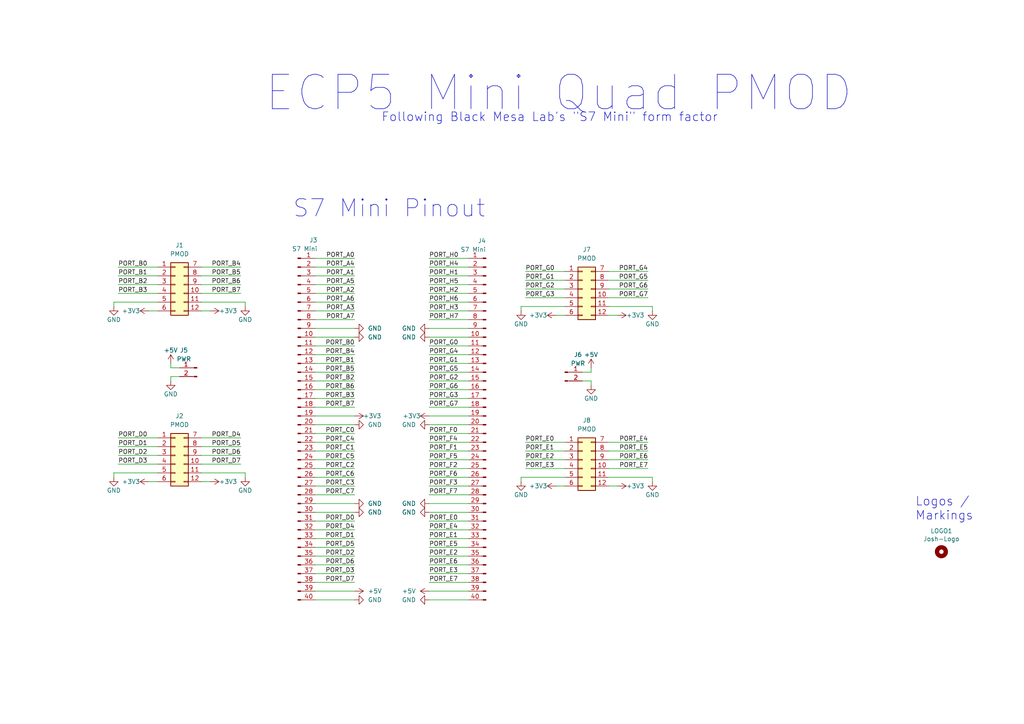
<source format=kicad_sch>
(kicad_sch (version 20200828) (generator eeschema)
  (page 1 1)
  (paper "A4")
  (title_block (title "Quad PMOD") (date "2020-09-20") (rev "0.1"))
  (lib_symbols
    (symbol "Connector:Conn_01x02_Male" (pin_names (offset 1.016) hide)
      (property "Reference" "J" (at 0 2.54 0))
      (property "Value" "Conn_01x02_Male" (at 0 -5.08 0))
      (symbol "Conn_01x02_Male_1_1"
        (rectangle (start 0.8636 -2.413) (end 0 -2.667) (stroke (width 0.1524)) (fill (type outline)))
        (rectangle (start 0.8636 0.127) (end 0 -0.127) (stroke (width 0.1524)) (fill (type outline)))
        (polyline (pts (xy 1.27 -2.54) (xy 0.8636 -2.54)) (stroke (width 0.1524)))
        (polyline (pts (xy 1.27 0) (xy 0.8636 0)) (stroke (width 0.1524)))
        (pin passive line (at 5.08 0 180) (length 3.81) (name "Pin_1") (number "1"))
        (pin passive line (at 5.08 -2.54 180) (length 3.81) (name "Pin_2") (number "2"))
      )
    )
    (symbol "Connector:Conn_01x40_Male" (pin_names (offset 1.016) hide)
      (property "Reference" "J" (at 0 50.8 0))
      (property "Value" "Conn_01x40_Male" (at 0 -53.34 0))
      (symbol "Conn_01x40_Male_1_1"
        (rectangle (start 0.8636 -50.673) (end 0 -50.927) (stroke (width 0.1524)) (fill (type outline)))
        (rectangle (start 0.8636 -48.133) (end 0 -48.387) (stroke (width 0.1524)) (fill (type outline)))
        (rectangle (start 0.8636 -45.593) (end 0 -45.847) (stroke (width 0.1524)) (fill (type outline)))
        (rectangle (start 0.8636 -43.053) (end 0 -43.307) (stroke (width 0.1524)) (fill (type outline)))
        (rectangle (start 0.8636 -40.513) (end 0 -40.767) (stroke (width 0.1524)) (fill (type outline)))
        (rectangle (start 0.8636 -37.973) (end 0 -38.227) (stroke (width 0.1524)) (fill (type outline)))
        (rectangle (start 0.8636 -35.433) (end 0 -35.687) (stroke (width 0.1524)) (fill (type outline)))
        (rectangle (start 0.8636 -32.893) (end 0 -33.147) (stroke (width 0.1524)) (fill (type outline)))
        (rectangle (start 0.8636 -30.353) (end 0 -30.607) (stroke (width 0.1524)) (fill (type outline)))
        (rectangle (start 0.8636 -27.813) (end 0 -28.067) (stroke (width 0.1524)) (fill (type outline)))
        (rectangle (start 0.8636 -25.273) (end 0 -25.527) (stroke (width 0.1524)) (fill (type outline)))
        (rectangle (start 0.8636 -22.733) (end 0 -22.987) (stroke (width 0.1524)) (fill (type outline)))
        (rectangle (start 0.8636 -20.193) (end 0 -20.447) (stroke (width 0.1524)) (fill (type outline)))
        (rectangle (start 0.8636 -17.653) (end 0 -17.907) (stroke (width 0.1524)) (fill (type outline)))
        (rectangle (start 0.8636 -15.113) (end 0 -15.367) (stroke (width 0.1524)) (fill (type outline)))
        (rectangle (start 0.8636 -12.573) (end 0 -12.827) (stroke (width 0.1524)) (fill (type outline)))
        (rectangle (start 0.8636 -10.033) (end 0 -10.287) (stroke (width 0.1524)) (fill (type outline)))
        (rectangle (start 0.8636 -7.493) (end 0 -7.747) (stroke (width 0.1524)) (fill (type outline)))
        (rectangle (start 0.8636 -4.953) (end 0 -5.207) (stroke (width 0.1524)) (fill (type outline)))
        (rectangle (start 0.8636 -2.413) (end 0 -2.667) (stroke (width 0.1524)) (fill (type outline)))
        (rectangle (start 0.8636 0.127) (end 0 -0.127) (stroke (width 0.1524)) (fill (type outline)))
        (rectangle (start 0.8636 2.667) (end 0 2.413) (stroke (width 0.1524)) (fill (type outline)))
        (rectangle (start 0.8636 5.207) (end 0 4.953) (stroke (width 0.1524)) (fill (type outline)))
        (rectangle (start 0.8636 7.747) (end 0 7.493) (stroke (width 0.1524)) (fill (type outline)))
        (rectangle (start 0.8636 10.287) (end 0 10.033) (stroke (width 0.1524)) (fill (type outline)))
        (rectangle (start 0.8636 12.827) (end 0 12.573) (stroke (width 0.1524)) (fill (type outline)))
        (rectangle (start 0.8636 15.367) (end 0 15.113) (stroke (width 0.1524)) (fill (type outline)))
        (rectangle (start 0.8636 17.907) (end 0 17.653) (stroke (width 0.1524)) (fill (type outline)))
        (rectangle (start 0.8636 20.447) (end 0 20.193) (stroke (width 0.1524)) (fill (type outline)))
        (rectangle (start 0.8636 22.987) (end 0 22.733) (stroke (width 0.1524)) (fill (type outline)))
        (rectangle (start 0.8636 25.527) (end 0 25.273) (stroke (width 0.1524)) (fill (type outline)))
        (rectangle (start 0.8636 28.067) (end 0 27.813) (stroke (width 0.1524)) (fill (type outline)))
        (rectangle (start 0.8636 30.607) (end 0 30.353) (stroke (width 0.1524)) (fill (type outline)))
        (rectangle (start 0.8636 33.147) (end 0 32.893) (stroke (width 0.1524)) (fill (type outline)))
        (rectangle (start 0.8636 35.687) (end 0 35.433) (stroke (width 0.1524)) (fill (type outline)))
        (rectangle (start 0.8636 38.227) (end 0 37.973) (stroke (width 0.1524)) (fill (type outline)))
        (rectangle (start 0.8636 40.767) (end 0 40.513) (stroke (width 0.1524)) (fill (type outline)))
        (rectangle (start 0.8636 43.307) (end 0 43.053) (stroke (width 0.1524)) (fill (type outline)))
        (rectangle (start 0.8636 45.847) (end 0 45.593) (stroke (width 0.1524)) (fill (type outline)))
        (rectangle (start 0.8636 48.387) (end 0 48.133) (stroke (width 0.1524)) (fill (type outline)))
        (polyline (pts (xy 1.27 -50.8) (xy 0.8636 -50.8)) (stroke (width 0.1524)))
        (polyline (pts (xy 1.27 -48.26) (xy 0.8636 -48.26)) (stroke (width 0.1524)))
        (polyline (pts (xy 1.27 -45.72) (xy 0.8636 -45.72)) (stroke (width 0.1524)))
        (polyline (pts (xy 1.27 -43.18) (xy 0.8636 -43.18)) (stroke (width 0.1524)))
        (polyline (pts (xy 1.27 -40.64) (xy 0.8636 -40.64)) (stroke (width 0.1524)))
        (polyline (pts (xy 1.27 -38.1) (xy 0.8636 -38.1)) (stroke (width 0.1524)))
        (polyline (pts (xy 1.27 -35.56) (xy 0.8636 -35.56)) (stroke (width 0.1524)))
        (polyline (pts (xy 1.27 -33.02) (xy 0.8636 -33.02)) (stroke (width 0.1524)))
        (polyline (pts (xy 1.27 -30.48) (xy 0.8636 -30.48)) (stroke (width 0.1524)))
        (polyline (pts (xy 1.27 -27.94) (xy 0.8636 -27.94)) (stroke (width 0.1524)))
        (polyline (pts (xy 1.27 -25.4) (xy 0.8636 -25.4)) (stroke (width 0.1524)))
        (polyline (pts (xy 1.27 -22.86) (xy 0.8636 -22.86)) (stroke (width 0.1524)))
        (polyline (pts (xy 1.27 -20.32) (xy 0.8636 -20.32)) (stroke (width 0.1524)))
        (polyline (pts (xy 1.27 -17.78) (xy 0.8636 -17.78)) (stroke (width 0.1524)))
        (polyline (pts (xy 1.27 -15.24) (xy 0.8636 -15.24)) (stroke (width 0.1524)))
        (polyline (pts (xy 1.27 -12.7) (xy 0.8636 -12.7)) (stroke (width 0.1524)))
        (polyline (pts (xy 1.27 -10.16) (xy 0.8636 -10.16)) (stroke (width 0.1524)))
        (polyline (pts (xy 1.27 -7.62) (xy 0.8636 -7.62)) (stroke (width 0.1524)))
        (polyline (pts (xy 1.27 -5.08) (xy 0.8636 -5.08)) (stroke (width 0.1524)))
        (polyline (pts (xy 1.27 -2.54) (xy 0.8636 -2.54)) (stroke (width 0.1524)))
        (polyline (pts (xy 1.27 0) (xy 0.8636 0)) (stroke (width 0.1524)))
        (polyline (pts (xy 1.27 2.54) (xy 0.8636 2.54)) (stroke (width 0.1524)))
        (polyline (pts (xy 1.27 5.08) (xy 0.8636 5.08)) (stroke (width 0.1524)))
        (polyline (pts (xy 1.27 7.62) (xy 0.8636 7.62)) (stroke (width 0.1524)))
        (polyline (pts (xy 1.27 10.16) (xy 0.8636 10.16)) (stroke (width 0.1524)))
        (polyline (pts (xy 1.27 12.7) (xy 0.8636 12.7)) (stroke (width 0.1524)))
        (polyline (pts (xy 1.27 15.24) (xy 0.8636 15.24)) (stroke (width 0.1524)))
        (polyline (pts (xy 1.27 17.78) (xy 0.8636 17.78)) (stroke (width 0.1524)))
        (polyline (pts (xy 1.27 20.32) (xy 0.8636 20.32)) (stroke (width 0.1524)))
        (polyline (pts (xy 1.27 22.86) (xy 0.8636 22.86)) (stroke (width 0.1524)))
        (polyline (pts (xy 1.27 25.4) (xy 0.8636 25.4)) (stroke (width 0.1524)))
        (polyline (pts (xy 1.27 27.94) (xy 0.8636 27.94)) (stroke (width 0.1524)))
        (polyline (pts (xy 1.27 30.48) (xy 0.8636 30.48)) (stroke (width 0.1524)))
        (polyline (pts (xy 1.27 33.02) (xy 0.8636 33.02)) (stroke (width 0.1524)))
        (polyline (pts (xy 1.27 35.56) (xy 0.8636 35.56)) (stroke (width 0.1524)))
        (polyline (pts (xy 1.27 38.1) (xy 0.8636 38.1)) (stroke (width 0.1524)))
        (polyline (pts (xy 1.27 40.64) (xy 0.8636 40.64)) (stroke (width 0.1524)))
        (polyline (pts (xy 1.27 43.18) (xy 0.8636 43.18)) (stroke (width 0.1524)))
        (polyline (pts (xy 1.27 45.72) (xy 0.8636 45.72)) (stroke (width 0.1524)))
        (polyline (pts (xy 1.27 48.26) (xy 0.8636 48.26)) (stroke (width 0.1524)))
        (pin passive line (at 5.08 48.26 180) (length 3.81) (name "Pin_1") (number "1"))
        (pin passive line (at 5.08 25.4 180) (length 3.81) (name "Pin_10") (number "10"))
        (pin passive line (at 5.08 22.86 180) (length 3.81) (name "Pin_11") (number "11"))
        (pin passive line (at 5.08 20.32 180) (length 3.81) (name "Pin_12") (number "12"))
        (pin passive line (at 5.08 17.78 180) (length 3.81) (name "Pin_13") (number "13"))
        (pin passive line (at 5.08 15.24 180) (length 3.81) (name "Pin_14") (number "14"))
        (pin passive line (at 5.08 12.7 180) (length 3.81) (name "Pin_15") (number "15"))
        (pin passive line (at 5.08 10.16 180) (length 3.81) (name "Pin_16") (number "16"))
        (pin passive line (at 5.08 7.62 180) (length 3.81) (name "Pin_17") (number "17"))
        (pin passive line (at 5.08 5.08 180) (length 3.81) (name "Pin_18") (number "18"))
        (pin passive line (at 5.08 2.54 180) (length 3.81) (name "Pin_19") (number "19"))
        (pin passive line (at 5.08 45.72 180) (length 3.81) (name "Pin_2") (number "2"))
        (pin passive line (at 5.08 0 180) (length 3.81) (name "Pin_20") (number "20"))
        (pin passive line (at 5.08 -2.54 180) (length 3.81) (name "Pin_21") (number "21"))
        (pin passive line (at 5.08 -5.08 180) (length 3.81) (name "Pin_22") (number "22"))
        (pin passive line (at 5.08 -7.62 180) (length 3.81) (name "Pin_23") (number "23"))
        (pin passive line (at 5.08 -10.16 180) (length 3.81) (name "Pin_24") (number "24"))
        (pin passive line (at 5.08 -12.7 180) (length 3.81) (name "Pin_25") (number "25"))
        (pin passive line (at 5.08 -15.24 180) (length 3.81) (name "Pin_26") (number "26"))
        (pin passive line (at 5.08 -17.78 180) (length 3.81) (name "Pin_27") (number "27"))
        (pin passive line (at 5.08 -20.32 180) (length 3.81) (name "Pin_28") (number "28"))
        (pin passive line (at 5.08 -22.86 180) (length 3.81) (name "Pin_29") (number "29"))
        (pin passive line (at 5.08 43.18 180) (length 3.81) (name "Pin_3") (number "3"))
        (pin passive line (at 5.08 -25.4 180) (length 3.81) (name "Pin_30") (number "30"))
        (pin passive line (at 5.08 -27.94 180) (length 3.81) (name "Pin_31") (number "31"))
        (pin passive line (at 5.08 -30.48 180) (length 3.81) (name "Pin_32") (number "32"))
        (pin passive line (at 5.08 -33.02 180) (length 3.81) (name "Pin_33") (number "33"))
        (pin passive line (at 5.08 -35.56 180) (length 3.81) (name "Pin_34") (number "34"))
        (pin passive line (at 5.08 -38.1 180) (length 3.81) (name "Pin_35") (number "35"))
        (pin passive line (at 5.08 -40.64 180) (length 3.81) (name "Pin_36") (number "36"))
        (pin passive line (at 5.08 -43.18 180) (length 3.81) (name "Pin_37") (number "37"))
        (pin passive line (at 5.08 -45.72 180) (length 3.81) (name "Pin_38") (number "38"))
        (pin passive line (at 5.08 -48.26 180) (length 3.81) (name "Pin_39") (number "39"))
        (pin passive line (at 5.08 40.64 180) (length 3.81) (name "Pin_4") (number "4"))
        (pin passive line (at 5.08 -50.8 180) (length 3.81) (name "Pin_40") (number "40"))
        (pin passive line (at 5.08 38.1 180) (length 3.81) (name "Pin_5") (number "5"))
        (pin passive line (at 5.08 35.56 180) (length 3.81) (name "Pin_6") (number "6"))
        (pin passive line (at 5.08 33.02 180) (length 3.81) (name "Pin_7") (number "7"))
        (pin passive line (at 5.08 30.48 180) (length 3.81) (name "Pin_8") (number "8"))
        (pin passive line (at 5.08 27.94 180) (length 3.81) (name "Pin_9") (number "9"))
      )
    )
    (symbol "Connector:Conn_01x40_Male_1" (pin_names (offset 1.016) hide)
      (property "Reference" "J" (at 0 50.8 0))
      (property "Value" "Conn_01x40_Male" (at 0 -53.34 0))
      (symbol "Conn_01x40_Male_1_1_1"
        (rectangle (start 0.8636 -50.673) (end 0 -50.927) (stroke (width 0.1524)) (fill (type outline)))
        (rectangle (start 0.8636 -48.133) (end 0 -48.387) (stroke (width 0.1524)) (fill (type outline)))
        (rectangle (start 0.8636 -45.593) (end 0 -45.847) (stroke (width 0.1524)) (fill (type outline)))
        (rectangle (start 0.8636 -43.053) (end 0 -43.307) (stroke (width 0.1524)) (fill (type outline)))
        (rectangle (start 0.8636 -40.513) (end 0 -40.767) (stroke (width 0.1524)) (fill (type outline)))
        (rectangle (start 0.8636 -37.973) (end 0 -38.227) (stroke (width 0.1524)) (fill (type outline)))
        (rectangle (start 0.8636 -35.433) (end 0 -35.687) (stroke (width 0.1524)) (fill (type outline)))
        (rectangle (start 0.8636 -32.893) (end 0 -33.147) (stroke (width 0.1524)) (fill (type outline)))
        (rectangle (start 0.8636 -30.353) (end 0 -30.607) (stroke (width 0.1524)) (fill (type outline)))
        (rectangle (start 0.8636 -27.813) (end 0 -28.067) (stroke (width 0.1524)) (fill (type outline)))
        (rectangle (start 0.8636 -25.273) (end 0 -25.527) (stroke (width 0.1524)) (fill (type outline)))
        (rectangle (start 0.8636 -22.733) (end 0 -22.987) (stroke (width 0.1524)) (fill (type outline)))
        (rectangle (start 0.8636 -20.193) (end 0 -20.447) (stroke (width 0.1524)) (fill (type outline)))
        (rectangle (start 0.8636 -17.653) (end 0 -17.907) (stroke (width 0.1524)) (fill (type outline)))
        (rectangle (start 0.8636 -15.113) (end 0 -15.367) (stroke (width 0.1524)) (fill (type outline)))
        (rectangle (start 0.8636 -12.573) (end 0 -12.827) (stroke (width 0.1524)) (fill (type outline)))
        (rectangle (start 0.8636 -10.033) (end 0 -10.287) (stroke (width 0.1524)) (fill (type outline)))
        (rectangle (start 0.8636 -7.493) (end 0 -7.747) (stroke (width 0.1524)) (fill (type outline)))
        (rectangle (start 0.8636 -4.953) (end 0 -5.207) (stroke (width 0.1524)) (fill (type outline)))
        (rectangle (start 0.8636 -2.413) (end 0 -2.667) (stroke (width 0.1524)) (fill (type outline)))
        (rectangle (start 0.8636 0.127) (end 0 -0.127) (stroke (width 0.1524)) (fill (type outline)))
        (rectangle (start 0.8636 2.667) (end 0 2.413) (stroke (width 0.1524)) (fill (type outline)))
        (rectangle (start 0.8636 5.207) (end 0 4.953) (stroke (width 0.1524)) (fill (type outline)))
        (rectangle (start 0.8636 7.747) (end 0 7.493) (stroke (width 0.1524)) (fill (type outline)))
        (rectangle (start 0.8636 10.287) (end 0 10.033) (stroke (width 0.1524)) (fill (type outline)))
        (rectangle (start 0.8636 12.827) (end 0 12.573) (stroke (width 0.1524)) (fill (type outline)))
        (rectangle (start 0.8636 15.367) (end 0 15.113) (stroke (width 0.1524)) (fill (type outline)))
        (rectangle (start 0.8636 17.907) (end 0 17.653) (stroke (width 0.1524)) (fill (type outline)))
        (rectangle (start 0.8636 20.447) (end 0 20.193) (stroke (width 0.1524)) (fill (type outline)))
        (rectangle (start 0.8636 22.987) (end 0 22.733) (stroke (width 0.1524)) (fill (type outline)))
        (rectangle (start 0.8636 25.527) (end 0 25.273) (stroke (width 0.1524)) (fill (type outline)))
        (rectangle (start 0.8636 28.067) (end 0 27.813) (stroke (width 0.1524)) (fill (type outline)))
        (rectangle (start 0.8636 30.607) (end 0 30.353) (stroke (width 0.1524)) (fill (type outline)))
        (rectangle (start 0.8636 33.147) (end 0 32.893) (stroke (width 0.1524)) (fill (type outline)))
        (rectangle (start 0.8636 35.687) (end 0 35.433) (stroke (width 0.1524)) (fill (type outline)))
        (rectangle (start 0.8636 38.227) (end 0 37.973) (stroke (width 0.1524)) (fill (type outline)))
        (rectangle (start 0.8636 40.767) (end 0 40.513) (stroke (width 0.1524)) (fill (type outline)))
        (rectangle (start 0.8636 43.307) (end 0 43.053) (stroke (width 0.1524)) (fill (type outline)))
        (rectangle (start 0.8636 45.847) (end 0 45.593) (stroke (width 0.1524)) (fill (type outline)))
        (rectangle (start 0.8636 48.387) (end 0 48.133) (stroke (width 0.1524)) (fill (type outline)))
        (polyline (pts (xy 1.27 -50.8) (xy 0.8636 -50.8)) (stroke (width 0.1524)))
        (polyline (pts (xy 1.27 -48.26) (xy 0.8636 -48.26)) (stroke (width 0.1524)))
        (polyline (pts (xy 1.27 -45.72) (xy 0.8636 -45.72)) (stroke (width 0.1524)))
        (polyline (pts (xy 1.27 -43.18) (xy 0.8636 -43.18)) (stroke (width 0.1524)))
        (polyline (pts (xy 1.27 -40.64) (xy 0.8636 -40.64)) (stroke (width 0.1524)))
        (polyline (pts (xy 1.27 -38.1) (xy 0.8636 -38.1)) (stroke (width 0.1524)))
        (polyline (pts (xy 1.27 -35.56) (xy 0.8636 -35.56)) (stroke (width 0.1524)))
        (polyline (pts (xy 1.27 -33.02) (xy 0.8636 -33.02)) (stroke (width 0.1524)))
        (polyline (pts (xy 1.27 -30.48) (xy 0.8636 -30.48)) (stroke (width 0.1524)))
        (polyline (pts (xy 1.27 -27.94) (xy 0.8636 -27.94)) (stroke (width 0.1524)))
        (polyline (pts (xy 1.27 -25.4) (xy 0.8636 -25.4)) (stroke (width 0.1524)))
        (polyline (pts (xy 1.27 -22.86) (xy 0.8636 -22.86)) (stroke (width 0.1524)))
        (polyline (pts (xy 1.27 -20.32) (xy 0.8636 -20.32)) (stroke (width 0.1524)))
        (polyline (pts (xy 1.27 -17.78) (xy 0.8636 -17.78)) (stroke (width 0.1524)))
        (polyline (pts (xy 1.27 -15.24) (xy 0.8636 -15.24)) (stroke (width 0.1524)))
        (polyline (pts (xy 1.27 -12.7) (xy 0.8636 -12.7)) (stroke (width 0.1524)))
        (polyline (pts (xy 1.27 -10.16) (xy 0.8636 -10.16)) (stroke (width 0.1524)))
        (polyline (pts (xy 1.27 -7.62) (xy 0.8636 -7.62)) (stroke (width 0.1524)))
        (polyline (pts (xy 1.27 -5.08) (xy 0.8636 -5.08)) (stroke (width 0.1524)))
        (polyline (pts (xy 1.27 -2.54) (xy 0.8636 -2.54)) (stroke (width 0.1524)))
        (polyline (pts (xy 1.27 0) (xy 0.8636 0)) (stroke (width 0.1524)))
        (polyline (pts (xy 1.27 2.54) (xy 0.8636 2.54)) (stroke (width 0.1524)))
        (polyline (pts (xy 1.27 5.08) (xy 0.8636 5.08)) (stroke (width 0.1524)))
        (polyline (pts (xy 1.27 7.62) (xy 0.8636 7.62)) (stroke (width 0.1524)))
        (polyline (pts (xy 1.27 10.16) (xy 0.8636 10.16)) (stroke (width 0.1524)))
        (polyline (pts (xy 1.27 12.7) (xy 0.8636 12.7)) (stroke (width 0.1524)))
        (polyline (pts (xy 1.27 15.24) (xy 0.8636 15.24)) (stroke (width 0.1524)))
        (polyline (pts (xy 1.27 17.78) (xy 0.8636 17.78)) (stroke (width 0.1524)))
        (polyline (pts (xy 1.27 20.32) (xy 0.8636 20.32)) (stroke (width 0.1524)))
        (polyline (pts (xy 1.27 22.86) (xy 0.8636 22.86)) (stroke (width 0.1524)))
        (polyline (pts (xy 1.27 25.4) (xy 0.8636 25.4)) (stroke (width 0.1524)))
        (polyline (pts (xy 1.27 27.94) (xy 0.8636 27.94)) (stroke (width 0.1524)))
        (polyline (pts (xy 1.27 30.48) (xy 0.8636 30.48)) (stroke (width 0.1524)))
        (polyline (pts (xy 1.27 33.02) (xy 0.8636 33.02)) (stroke (width 0.1524)))
        (polyline (pts (xy 1.27 35.56) (xy 0.8636 35.56)) (stroke (width 0.1524)))
        (polyline (pts (xy 1.27 38.1) (xy 0.8636 38.1)) (stroke (width 0.1524)))
        (polyline (pts (xy 1.27 40.64) (xy 0.8636 40.64)) (stroke (width 0.1524)))
        (polyline (pts (xy 1.27 43.18) (xy 0.8636 43.18)) (stroke (width 0.1524)))
        (polyline (pts (xy 1.27 45.72) (xy 0.8636 45.72)) (stroke (width 0.1524)))
        (polyline (pts (xy 1.27 48.26) (xy 0.8636 48.26)) (stroke (width 0.1524)))
        (pin passive line (at 5.08 48.26 180) (length 3.81) (name "Pin_1") (number "1"))
        (pin passive line (at 5.08 25.4 180) (length 3.81) (name "Pin_10") (number "10"))
        (pin passive line (at 5.08 22.86 180) (length 3.81) (name "Pin_11") (number "11"))
        (pin passive line (at 5.08 20.32 180) (length 3.81) (name "Pin_12") (number "12"))
        (pin passive line (at 5.08 17.78 180) (length 3.81) (name "Pin_13") (number "13"))
        (pin passive line (at 5.08 15.24 180) (length 3.81) (name "Pin_14") (number "14"))
        (pin passive line (at 5.08 12.7 180) (length 3.81) (name "Pin_15") (number "15"))
        (pin passive line (at 5.08 10.16 180) (length 3.81) (name "Pin_16") (number "16"))
        (pin passive line (at 5.08 7.62 180) (length 3.81) (name "Pin_17") (number "17"))
        (pin passive line (at 5.08 5.08 180) (length 3.81) (name "Pin_18") (number "18"))
        (pin passive line (at 5.08 2.54 180) (length 3.81) (name "Pin_19") (number "19"))
        (pin passive line (at 5.08 45.72 180) (length 3.81) (name "Pin_2") (number "2"))
        (pin passive line (at 5.08 0 180) (length 3.81) (name "Pin_20") (number "20"))
        (pin passive line (at 5.08 -2.54 180) (length 3.81) (name "Pin_21") (number "21"))
        (pin passive line (at 5.08 -5.08 180) (length 3.81) (name "Pin_22") (number "22"))
        (pin passive line (at 5.08 -7.62 180) (length 3.81) (name "Pin_23") (number "23"))
        (pin passive line (at 5.08 -10.16 180) (length 3.81) (name "Pin_24") (number "24"))
        (pin passive line (at 5.08 -12.7 180) (length 3.81) (name "Pin_25") (number "25"))
        (pin passive line (at 5.08 -15.24 180) (length 3.81) (name "Pin_26") (number "26"))
        (pin passive line (at 5.08 -17.78 180) (length 3.81) (name "Pin_27") (number "27"))
        (pin passive line (at 5.08 -20.32 180) (length 3.81) (name "Pin_28") (number "28"))
        (pin passive line (at 5.08 -22.86 180) (length 3.81) (name "Pin_29") (number "29"))
        (pin passive line (at 5.08 43.18 180) (length 3.81) (name "Pin_3") (number "3"))
        (pin passive line (at 5.08 -25.4 180) (length 3.81) (name "Pin_30") (number "30"))
        (pin passive line (at 5.08 -27.94 180) (length 3.81) (name "Pin_31") (number "31"))
        (pin passive line (at 5.08 -30.48 180) (length 3.81) (name "Pin_32") (number "32"))
        (pin passive line (at 5.08 -33.02 180) (length 3.81) (name "Pin_33") (number "33"))
        (pin passive line (at 5.08 -35.56 180) (length 3.81) (name "Pin_34") (number "34"))
        (pin passive line (at 5.08 -38.1 180) (length 3.81) (name "Pin_35") (number "35"))
        (pin passive line (at 5.08 -40.64 180) (length 3.81) (name "Pin_36") (number "36"))
        (pin passive line (at 5.08 -43.18 180) (length 3.81) (name "Pin_37") (number "37"))
        (pin passive line (at 5.08 -45.72 180) (length 3.81) (name "Pin_38") (number "38"))
        (pin passive line (at 5.08 -48.26 180) (length 3.81) (name "Pin_39") (number "39"))
        (pin passive line (at 5.08 40.64 180) (length 3.81) (name "Pin_4") (number "4"))
        (pin passive line (at 5.08 -50.8 180) (length 3.81) (name "Pin_40") (number "40"))
        (pin passive line (at 5.08 38.1 180) (length 3.81) (name "Pin_5") (number "5"))
        (pin passive line (at 5.08 35.56 180) (length 3.81) (name "Pin_6") (number "6"))
        (pin passive line (at 5.08 33.02 180) (length 3.81) (name "Pin_7") (number "7"))
        (pin passive line (at 5.08 30.48 180) (length 3.81) (name "Pin_8") (number "8"))
        (pin passive line (at 5.08 27.94 180) (length 3.81) (name "Pin_9") (number "9"))
      )
    )
    (symbol "Connector_Generic:Conn_02x06_Top_Bottom" (pin_names (offset 1.016) hide)
      (property "Reference" "J" (at 1.27 7.62 0))
      (property "Value" "Conn_02x06_Top_Bottom" (at 1.27 -10.16 0))
      (symbol "Conn_02x06_Top_Bottom_1_1"
        (rectangle (start -1.27 -4.953) (end 0 -5.207) (stroke (width 0.1524)))
        (rectangle (start -1.27 -7.493) (end 0 -7.747) (stroke (width 0.1524)))
        (rectangle (start -1.27 -2.413) (end 0 -2.667) (stroke (width 0.1524)))
        (rectangle (start -1.27 2.667) (end 0 2.413) (stroke (width 0.1524)))
        (rectangle (start -1.27 5.207) (end 0 4.953) (stroke (width 0.1524)))
        (rectangle (start -1.27 6.35) (end 3.81 -8.89) (stroke (width 0.254)) (fill (type background)))
        (rectangle (start -1.27 0.127) (end 0 -0.127) (stroke (width 0.1524)))
        (rectangle (start 3.81 -4.953) (end 2.54 -5.207) (stroke (width 0.1524)))
        (rectangle (start 3.81 -7.493) (end 2.54 -7.747) (stroke (width 0.1524)))
        (rectangle (start 3.81 -2.413) (end 2.54 -2.667) (stroke (width 0.1524)))
        (rectangle (start 3.81 2.667) (end 2.54 2.413) (stroke (width 0.1524)))
        (rectangle (start 3.81 5.207) (end 2.54 4.953) (stroke (width 0.1524)))
        (rectangle (start 3.81 0.127) (end 2.54 -0.127) (stroke (width 0.1524)))
        (pin passive line (at -5.08 5.08 0) (length 3.81) (name "Pin_1") (number "1"))
        (pin passive line (at 7.62 -2.54 180) (length 3.81) (name "Pin_10") (number "10"))
        (pin passive line (at 7.62 -5.08 180) (length 3.81) (name "Pin_11") (number "11"))
        (pin passive line (at 7.62 -7.62 180) (length 3.81) (name "Pin_12") (number "12"))
        (pin passive line (at -5.08 2.54 0) (length 3.81) (name "Pin_2") (number "2"))
        (pin passive line (at -5.08 0 0) (length 3.81) (name "Pin_3") (number "3"))
        (pin passive line (at -5.08 -2.54 0) (length 3.81) (name "Pin_4") (number "4"))
        (pin passive line (at -5.08 -5.08 0) (length 3.81) (name "Pin_5") (number "5"))
        (pin passive line (at -5.08 -7.62 0) (length 3.81) (name "Pin_6") (number "6"))
        (pin passive line (at 7.62 5.08 180) (length 3.81) (name "Pin_7") (number "7"))
        (pin passive line (at 7.62 2.54 180) (length 3.81) (name "Pin_8") (number "8"))
        (pin passive line (at 7.62 0 180) (length 3.81) (name "Pin_9") (number "9"))
      )
    )
    (symbol "Mechanical:MountingHole" (pin_names (offset 1.016))
      (property "Reference" "H" (at 0 5.08 0))
      (property "Value" "MountingHole" (at 0 3.175 0))
      (symbol "MountingHole_0_1"
        (circle (center 0 0) (radius 1.27) (stroke (width 1.27)))
      )
    )
    (symbol "power:+3V3" (power) (pin_names (offset 0))
      (property "Value" "+3V3" (at 0 3.556 0))
      (symbol "+3V3_0_1"
        (polyline (pts (xy -0.762 1.27) (xy 0 2.54)))
        (polyline (pts (xy 0 0) (xy 0 2.54)))
        (polyline (pts (xy 0 2.54) (xy 0.762 1.27)))
      )
      (symbol "+3V3_1_1"
        (pin power_in line (at 0 0 90) (length 0) hide (name "+3V3") (number "1"))
      )
    )
    (symbol "power:+5V" (power) (pin_names (offset 0))
      (property "Value" "+5V" (at 0 3.556 0))
      (symbol "+5V_0_1"
        (polyline (pts (xy -0.762 1.27) (xy 0 2.54)))
        (polyline (pts (xy 0 0) (xy 0 2.54)))
        (polyline (pts (xy 0 2.54) (xy 0.762 1.27)))
      )
      (symbol "+5V_1_1"
        (pin power_in line (at 0 0 90) (length 0) hide (name "+5V") (number "1"))
      )
    )
    (symbol "power:GND" (power) (pin_names (offset 0))
      (property "Value" "GND" (at 0 -3.81 0))
      (symbol "GND_0_1"
        (polyline (pts (xy 0 0) (xy 0 -1.27) (xy 1.27 -1.27) (xy 0 -2.54) (xy -1.27 -1.27) (xy 0 -1.27)))
      )
      (symbol "GND_1_1"
        (pin power_in line (at 0 0 270) (length 0) hide (name "GND") (number "1"))
      )
    )
  )
  (bus_alias "LED" (members "LED_[0..7]" "LED_R" "LED_G" "LED_B"))
  (bus_alias "HYPERRAM" (members "HR_nRST" "HR_nCS" "HR_CK_N" "HR_RWDS" "HR_DQ[0..7]" "HR_CK"))
  (bus_alias "USB" (members "USB_D-" "USB_D+" "USB_PU"))
  (bus_alias "SD" (members "SD_DAT[0..3]" "SD_CMD" "SD_CLK" "SD_DET"))
  (wire (pts (xy 33.02 87.63) (xy 33.02 88.9)))
  (wire (pts (xy 33.02 87.63) (xy 45.72 87.63)))
  (wire (pts (xy 33.02 137.16) (xy 33.02 138.43)))
  (wire (pts (xy 33.02 137.16) (xy 45.72 137.16)))
  (wire (pts (xy 43.18 90.17) (xy 45.72 90.17)))
  (wire (pts (xy 43.18 139.7) (xy 45.72 139.7)))
  (wire (pts (xy 45.72 77.47) (xy 34.29 77.47)))
  (wire (pts (xy 45.72 80.01) (xy 34.29 80.01)))
  (wire (pts (xy 45.72 82.55) (xy 34.29 82.55)))
  (wire (pts (xy 45.72 85.09) (xy 34.29 85.09)))
  (wire (pts (xy 45.72 127) (xy 34.29 127)))
  (wire (pts (xy 45.72 129.54) (xy 34.29 129.54)))
  (wire (pts (xy 45.72 132.08) (xy 34.29 132.08)))
  (wire (pts (xy 45.72 134.62) (xy 34.29 134.62)))
  (wire (pts (xy 49.53 105.41) (xy 49.53 106.68)))
  (wire (pts (xy 49.53 106.68) (xy 52.07 106.68)))
  (wire (pts (xy 49.53 109.22) (xy 49.53 110.49)))
  (wire (pts (xy 52.07 109.22) (xy 49.53 109.22)))
  (wire (pts (xy 58.42 77.47) (xy 69.85 77.47)))
  (wire (pts (xy 58.42 80.01) (xy 69.85 80.01)))
  (wire (pts (xy 58.42 82.55) (xy 69.85 82.55)))
  (wire (pts (xy 58.42 85.09) (xy 69.85 85.09)))
  (wire (pts (xy 58.42 87.63) (xy 71.12 87.63)))
  (wire (pts (xy 58.42 90.17) (xy 60.96 90.17)))
  (wire (pts (xy 58.42 127) (xy 69.85 127)))
  (wire (pts (xy 58.42 129.54) (xy 69.85 129.54)))
  (wire (pts (xy 58.42 132.08) (xy 69.85 132.08)))
  (wire (pts (xy 58.42 134.62) (xy 69.85 134.62)))
  (wire (pts (xy 58.42 137.16) (xy 71.12 137.16)))
  (wire (pts (xy 58.42 139.7) (xy 60.96 139.7)))
  (wire (pts (xy 71.12 87.63) (xy 71.12 88.9)))
  (wire (pts (xy 71.12 137.16) (xy 71.12 138.43)))
  (wire (pts (xy 91.44 74.93) (xy 102.87 74.93)))
  (wire (pts (xy 91.44 77.47) (xy 102.87 77.47)))
  (wire (pts (xy 91.44 80.01) (xy 102.87 80.01)))
  (wire (pts (xy 91.44 82.55) (xy 102.87 82.55)))
  (wire (pts (xy 91.44 85.09) (xy 102.87 85.09)))
  (wire (pts (xy 91.44 87.63) (xy 102.87 87.63)))
  (wire (pts (xy 91.44 90.17) (xy 102.87 90.17)))
  (wire (pts (xy 91.44 92.71) (xy 102.87 92.71)))
  (wire (pts (xy 91.44 95.25) (xy 102.87 95.25)))
  (wire (pts (xy 91.44 97.79) (xy 102.87 97.79)))
  (wire (pts (xy 91.44 100.33) (xy 102.87 100.33)))
  (wire (pts (xy 91.44 102.87) (xy 102.87 102.87)))
  (wire (pts (xy 91.44 105.41) (xy 102.87 105.41)))
  (wire (pts (xy 91.44 107.95) (xy 102.87 107.95)))
  (wire (pts (xy 91.44 110.49) (xy 102.87 110.49)))
  (wire (pts (xy 91.44 113.03) (xy 102.87 113.03)))
  (wire (pts (xy 91.44 115.57) (xy 102.87 115.57)))
  (wire (pts (xy 91.44 118.11) (xy 102.87 118.11)))
  (wire (pts (xy 91.44 120.65) (xy 102.87 120.65)))
  (wire (pts (xy 91.44 123.19) (xy 102.87 123.19)))
  (wire (pts (xy 91.44 125.73) (xy 102.87 125.73)))
  (wire (pts (xy 91.44 128.27) (xy 102.87 128.27)))
  (wire (pts (xy 91.44 130.81) (xy 102.87 130.81)))
  (wire (pts (xy 91.44 133.35) (xy 102.87 133.35)))
  (wire (pts (xy 91.44 135.89) (xy 102.87 135.89)))
  (wire (pts (xy 91.44 138.43) (xy 102.87 138.43)))
  (wire (pts (xy 91.44 140.97) (xy 102.87 140.97)))
  (wire (pts (xy 91.44 143.51) (xy 102.87 143.51)))
  (wire (pts (xy 91.44 146.05) (xy 102.87 146.05)))
  (wire (pts (xy 91.44 148.59) (xy 102.87 148.59)))
  (wire (pts (xy 91.44 151.13) (xy 102.87 151.13)))
  (wire (pts (xy 91.44 153.67) (xy 102.87 153.67)))
  (wire (pts (xy 91.44 156.21) (xy 102.87 156.21)))
  (wire (pts (xy 91.44 158.75) (xy 102.87 158.75)))
  (wire (pts (xy 91.44 161.29) (xy 102.87 161.29)))
  (wire (pts (xy 91.44 163.83) (xy 102.87 163.83)))
  (wire (pts (xy 91.44 166.37) (xy 102.87 166.37)))
  (wire (pts (xy 91.44 168.91) (xy 102.87 168.91)))
  (wire (pts (xy 91.44 171.45) (xy 102.87 171.45)))
  (wire (pts (xy 91.44 173.99) (xy 102.87 173.99)))
  (wire (pts (xy 124.46 74.93) (xy 135.89 74.93)))
  (wire (pts (xy 124.46 77.47) (xy 135.89 77.47)))
  (wire (pts (xy 124.46 80.01) (xy 135.89 80.01)))
  (wire (pts (xy 124.46 82.55) (xy 135.89 82.55)))
  (wire (pts (xy 124.46 85.09) (xy 135.89 85.09)))
  (wire (pts (xy 124.46 87.63) (xy 135.89 87.63)))
  (wire (pts (xy 124.46 90.17) (xy 135.89 90.17)))
  (wire (pts (xy 124.46 92.71) (xy 135.89 92.71)))
  (wire (pts (xy 124.46 95.25) (xy 135.89 95.25)))
  (wire (pts (xy 124.46 97.79) (xy 135.89 97.79)))
  (wire (pts (xy 124.46 100.33) (xy 135.89 100.33)))
  (wire (pts (xy 124.46 102.87) (xy 135.89 102.87)))
  (wire (pts (xy 124.46 105.41) (xy 135.89 105.41)))
  (wire (pts (xy 124.46 107.95) (xy 135.89 107.95)))
  (wire (pts (xy 124.46 110.49) (xy 135.89 110.49)))
  (wire (pts (xy 124.46 113.03) (xy 135.89 113.03)))
  (wire (pts (xy 124.46 115.57) (xy 135.89 115.57)))
  (wire (pts (xy 124.46 118.11) (xy 135.89 118.11)))
  (wire (pts (xy 124.46 120.65) (xy 135.89 120.65)))
  (wire (pts (xy 124.46 123.19) (xy 135.89 123.19)))
  (wire (pts (xy 124.46 125.73) (xy 135.89 125.73)))
  (wire (pts (xy 124.46 128.27) (xy 135.89 128.27)))
  (wire (pts (xy 124.46 130.81) (xy 135.89 130.81)))
  (wire (pts (xy 124.46 133.35) (xy 135.89 133.35)))
  (wire (pts (xy 124.46 135.89) (xy 135.89 135.89)))
  (wire (pts (xy 124.46 138.43) (xy 135.89 138.43)))
  (wire (pts (xy 124.46 140.97) (xy 135.89 140.97)))
  (wire (pts (xy 124.46 143.51) (xy 135.89 143.51)))
  (wire (pts (xy 124.46 146.05) (xy 135.89 146.05)))
  (wire (pts (xy 124.46 148.59) (xy 135.89 148.59)))
  (wire (pts (xy 124.46 151.13) (xy 135.89 151.13)))
  (wire (pts (xy 124.46 153.67) (xy 135.89 153.67)))
  (wire (pts (xy 124.46 156.21) (xy 135.89 156.21)))
  (wire (pts (xy 124.46 158.75) (xy 135.89 158.75)))
  (wire (pts (xy 124.46 161.29) (xy 135.89 161.29)))
  (wire (pts (xy 124.46 163.83) (xy 135.89 163.83)))
  (wire (pts (xy 124.46 166.37) (xy 135.89 166.37)))
  (wire (pts (xy 124.46 168.91) (xy 135.89 168.91)))
  (wire (pts (xy 124.46 171.45) (xy 135.89 171.45)))
  (wire (pts (xy 124.46 173.99) (xy 135.89 173.99)))
  (wire (pts (xy 151.13 88.9) (xy 151.13 90.17)))
  (wire (pts (xy 151.13 88.9) (xy 163.83 88.9)))
  (wire (pts (xy 151.13 138.43) (xy 151.13 139.7)))
  (wire (pts (xy 151.13 138.43) (xy 163.83 138.43)))
  (wire (pts (xy 161.29 91.44) (xy 163.83 91.44)))
  (wire (pts (xy 161.29 140.97) (xy 163.83 140.97)))
  (wire (pts (xy 163.83 78.74) (xy 152.4 78.74)))
  (wire (pts (xy 163.83 81.28) (xy 152.4 81.28)))
  (wire (pts (xy 163.83 83.82) (xy 152.4 83.82)))
  (wire (pts (xy 163.83 86.36) (xy 152.4 86.36)))
  (wire (pts (xy 163.83 128.27) (xy 152.4 128.27)))
  (wire (pts (xy 163.83 130.81) (xy 152.4 130.81)))
  (wire (pts (xy 163.83 133.35) (xy 152.4 133.35)))
  (wire (pts (xy 163.83 135.89) (xy 152.4 135.89)))
  (wire (pts (xy 168.91 110.49) (xy 171.45 110.49)))
  (wire (pts (xy 171.45 106.68) (xy 171.45 107.95)))
  (wire (pts (xy 171.45 107.95) (xy 168.91 107.95)))
  (wire (pts (xy 171.45 110.49) (xy 171.45 111.76)))
  (wire (pts (xy 176.53 78.74) (xy 187.96 78.74)))
  (wire (pts (xy 176.53 81.28) (xy 187.96 81.28)))
  (wire (pts (xy 176.53 83.82) (xy 187.96 83.82)))
  (wire (pts (xy 176.53 86.36) (xy 187.96 86.36)))
  (wire (pts (xy 176.53 88.9) (xy 189.23 88.9)))
  (wire (pts (xy 176.53 91.44) (xy 179.07 91.44)))
  (wire (pts (xy 176.53 128.27) (xy 187.96 128.27)))
  (wire (pts (xy 176.53 130.81) (xy 187.96 130.81)))
  (wire (pts (xy 176.53 133.35) (xy 187.96 133.35)))
  (wire (pts (xy 176.53 135.89) (xy 187.96 135.89)))
  (wire (pts (xy 176.53 138.43) (xy 189.23 138.43)))
  (wire (pts (xy 176.53 140.97) (xy 179.07 140.97)))
  (wire (pts (xy 189.23 88.9) (xy 189.23 90.17)))
  (wire (pts (xy 189.23 138.43) (xy 189.23 139.7)))
  (text "S7 Mini Pinout" (at 140.97 63.5 180) (effects (font (size 5 5)) (justify right bottom)))
  (text "Following Black Mesa Lab's \"S7 Mini\" form factor" (at 208.28 35.56 180) (effects (font (size 2.54 2.54)) (justify right bottom)))
  (text "ECP5 Mini Quad PMOD" (at 247.65 33.02 180) (effects (font (size 10 10)) (justify right bottom)))
  (text "Logos / \nMarkings" (at 265.43 151.13 0) (effects (font (size 2.54 2.54)) (justify left bottom)))
  (label "PORT_B0" (at 34.29 77.47 0))
  (label "PORT_B1" (at 34.29 80.01 0))
  (label "PORT_B2" (at 34.29 82.55 0))
  (label "PORT_B3" (at 34.29 85.09 0))
  (label "PORT_D0" (at 34.29 127 0))
  (label "PORT_D1" (at 34.29 129.54 0))
  (label "PORT_D2" (at 34.29 132.08 0))
  (label "PORT_D3" (at 34.29 134.62 0))
  (label "PORT_B4" (at 69.85 77.47 180))
  (label "PORT_B5" (at 69.85 80.01 180))
  (label "PORT_B6" (at 69.85 82.55 180))
  (label "PORT_B7" (at 69.85 85.09 180))
  (label "PORT_D4" (at 69.85 127 180))
  (label "PORT_D5" (at 69.85 129.54 180))
  (label "PORT_D6" (at 69.85 132.08 180))
  (label "PORT_D7" (at 69.85 134.62 180))
  (label "PORT_A0" (at 102.87 74.93 180))
  (label "PORT_A4" (at 102.87 77.47 180))
  (label "PORT_A1" (at 102.87 80.01 180))
  (label "PORT_A5" (at 102.87 82.55 180))
  (label "PORT_A2" (at 102.87 85.09 180))
  (label "PORT_A6" (at 102.87 87.63 180))
  (label "PORT_A3" (at 102.87 90.17 180))
  (label "PORT_A7" (at 102.87 92.71 180))
  (label "PORT_B0" (at 102.87 100.33 180))
  (label "PORT_B4" (at 102.87 102.87 180))
  (label "PORT_B1" (at 102.87 105.41 180))
  (label "PORT_B5" (at 102.87 107.95 180))
  (label "PORT_B2" (at 102.87 110.49 180))
  (label "PORT_B6" (at 102.87 113.03 180))
  (label "PORT_B3" (at 102.87 115.57 180))
  (label "PORT_B7" (at 102.87 118.11 180))
  (label "PORT_C0" (at 102.87 125.73 180))
  (label "PORT_C4" (at 102.87 128.27 180))
  (label "PORT_C1" (at 102.87 130.81 180))
  (label "PORT_C5" (at 102.87 133.35 180))
  (label "PORT_C2" (at 102.87 135.89 180))
  (label "PORT_C6" (at 102.87 138.43 180))
  (label "PORT_C3" (at 102.87 140.97 180))
  (label "PORT_C7" (at 102.87 143.51 180))
  (label "PORT_D0" (at 102.87 151.13 180))
  (label "PORT_D4" (at 102.87 153.67 180))
  (label "PORT_D1" (at 102.87 156.21 180))
  (label "PORT_D5" (at 102.87 158.75 180))
  (label "PORT_D2" (at 102.87 161.29 180))
  (label "PORT_D6" (at 102.87 163.83 180))
  (label "PORT_D3" (at 102.87 166.37 180))
  (label "PORT_D7" (at 102.87 168.91 180))
  (label "PORT_H0" (at 124.46 74.93 0))
  (label "PORT_H4" (at 124.46 77.47 0))
  (label "PORT_H1" (at 124.46 80.01 0))
  (label "PORT_H5" (at 124.46 82.55 0))
  (label "PORT_H2" (at 124.46 85.09 0))
  (label "PORT_H6" (at 124.46 87.63 0))
  (label "PORT_H3" (at 124.46 90.17 0))
  (label "PORT_H7" (at 124.46 92.71 0))
  (label "PORT_G0" (at 124.46 100.33 0))
  (label "PORT_G4" (at 124.46 102.87 0))
  (label "PORT_G1" (at 124.46 105.41 0))
  (label "PORT_G5" (at 124.46 107.95 0))
  (label "PORT_G2" (at 124.46 110.49 0))
  (label "PORT_G6" (at 124.46 113.03 0))
  (label "PORT_G3" (at 124.46 115.57 0))
  (label "PORT_G7" (at 124.46 118.11 0))
  (label "PORT_F0" (at 124.46 125.73 0))
  (label "PORT_F4" (at 124.46 128.27 0))
  (label "PORT_F1" (at 124.46 130.81 0))
  (label "PORT_F5" (at 124.46 133.35 0))
  (label "PORT_F2" (at 124.46 135.89 0))
  (label "PORT_F6" (at 124.46 138.43 0))
  (label "PORT_F3" (at 124.46 140.97 0))
  (label "PORT_F7" (at 124.46 143.51 0))
  (label "PORT_E0" (at 124.46 151.13 0))
  (label "PORT_E4" (at 124.46 153.67 0))
  (label "PORT_E1" (at 124.46 156.21 0))
  (label "PORT_E5" (at 124.46 158.75 0))
  (label "PORT_E2" (at 124.46 161.29 0))
  (label "PORT_E6" (at 124.46 163.83 0))
  (label "PORT_E3" (at 124.46 166.37 0))
  (label "PORT_E7" (at 124.46 168.91 0))
  (label "PORT_G0" (at 152.4 78.74 0))
  (label "PORT_G1" (at 152.4 81.28 0))
  (label "PORT_G2" (at 152.4 83.82 0))
  (label "PORT_G3" (at 152.4 86.36 0))
  (label "PORT_E0" (at 152.4 128.27 0))
  (label "PORT_E1" (at 152.4 130.81 0))
  (label "PORT_E2" (at 152.4 133.35 0))
  (label "PORT_E3" (at 152.4 135.89 0))
  (label "PORT_G4" (at 187.96 78.74 180))
  (label "PORT_G5" (at 187.96 81.28 180))
  (label "PORT_G6" (at 187.96 83.82 180))
  (label "PORT_G7" (at 187.96 86.36 180))
  (label "PORT_E4" (at 187.96 128.27 180))
  (label "PORT_E5" (at 187.96 130.81 180))
  (label "PORT_E6" (at 187.96 133.35 180))
  (label "PORT_E7" (at 187.96 135.89 180))
  (symbol (lib_id "power:+3V3") (at 43.18 90.17 90) (unit 1)
    (property "Reference" "#PWR?" (effects hide))
    (property "Value" "+3V3" (at 40.64 90.17 90) (effects (justify left)))
  )
  (symbol (lib_id "power:+3V3") (at 43.18 139.7 90) (unit 1)
    (property "Reference" "#PWR?" (effects hide))
    (property "Value" "+3V3" (at 40.64 139.7 90) (effects (justify left)))
  )
  (symbol (lib_id "power:+5V") (at 49.53 105.41 0) (mirror y) (unit 1)
    (property "Reference" "#PWR0110" (effects hide))
    (property "Value" "+5V" (at 49.53 101.6 0))
  )
  (symbol (lib_id "power:+3V3") (at 60.96 90.17 270) (unit 1)
    (property "Reference" "#PWR?" (effects hide))
    (property "Value" "+3V3" (at 63.5 90.17 90) (effects (justify left)))
  )
  (symbol (lib_id "power:+3V3") (at 60.96 139.7 270) (unit 1)
    (property "Reference" "#PWR?" (effects hide))
    (property "Value" "+3V3" (at 63.5 139.7 90) (effects (justify left)))
  )
  (symbol (lib_id "power:+3V3") (at 102.87 120.65 270) (unit 1)
    (property "Reference" "#PWR0154" (effects hide))
    (property "Value" "+3V3" (at 107.95 120.65 90))
  )
  (symbol (lib_id "power:+5V") (at 102.87 171.45 270) (unit 1)
    (property "Reference" "#PWR0153" (effects hide))
    (property "Value" "+5V" (at 106.68 171.45 90) (effects (justify left)))
  )
  (symbol (lib_id "power:+3V3") (at 124.46 120.65 90) (mirror x) (unit 1)
    (property "Reference" "#PWR0159" (effects hide))
    (property "Value" "+3V3" (at 119.38 120.65 90))
  )
  (symbol (lib_id "power:+5V") (at 124.46 171.45 90) (unit 1)
    (property "Reference" "#PWR0152" (effects hide))
    (property "Value" "+5V" (at 120.65 171.45 90) (effects (justify left)))
  )
  (symbol (lib_id "power:+3V3") (at 161.29 91.44 90) (unit 1)
    (property "Reference" "#PWR?" (effects hide))
    (property "Value" "+3V3" (at 158.75 91.44 90) (effects (justify left)))
  )
  (symbol (lib_id "power:+3V3") (at 161.29 140.97 90) (unit 1)
    (property "Reference" "#PWR0118" (effects hide))
    (property "Value" "+3V3" (at 158.75 140.97 90) (effects (justify left)))
  )
  (symbol (lib_id "power:+5V") (at 171.45 106.68 0) (unit 1)
    (property "Reference" "#PWR0120" (effects hide))
    (property "Value" "+5V" (at 171.45 102.87 0))
  )
  (symbol (lib_id "power:+3V3") (at 179.07 91.44 270) (unit 1)
    (property "Reference" "#PWR?" (effects hide))
    (property "Value" "+3V3" (at 181.61 91.44 90) (effects (justify left)))
  )
  (symbol (lib_id "power:+3V3") (at 179.07 140.97 270) (unit 1)
    (property "Reference" "#PWR0117" (effects hide))
    (property "Value" "+3V3" (at 181.61 140.97 90) (effects (justify left)))
  )
  (symbol (lib_id "power:GND") (at 33.02 88.9 0) (unit 1)
    (property "Reference" "#PWR?" (effects hide))
    (property "Value" "GND" (at 33.02 92.71 0))
  )
  (symbol (lib_id "power:GND") (at 33.02 138.43 0) (unit 1)
    (property "Reference" "#PWR?" (effects hide))
    (property "Value" "GND" (at 33.02 142.24 0))
  )
  (symbol (lib_id "power:GND") (at 49.53 110.49 0) (mirror y) (unit 1)
    (property "Reference" "#PWR0104" (effects hide))
    (property "Value" "GND" (at 49.53 114.3 0))
  )
  (symbol (lib_id "power:GND") (at 71.12 88.9 0) (unit 1)
    (property "Reference" "#PWR?" (effects hide))
    (property "Value" "GND" (at 71.12 92.71 0))
  )
  (symbol (lib_id "power:GND") (at 71.12 138.43 0) (unit 1)
    (property "Reference" "#PWR?" (effects hide))
    (property "Value" "GND" (at 71.12 142.24 0))
  )
  (symbol (lib_id "power:GND") (at 102.87 95.25 90) (unit 1)
    (property "Reference" "#PWR0156" (effects hide))
    (property "Value" "GND" (at 106.68 95.25 90) (effects (justify right)))
  )
  (symbol (lib_id "power:GND") (at 102.87 97.79 90) (unit 1)
    (property "Reference" "#PWR0155" (effects hide))
    (property "Value" "GND" (at 106.68 97.79 90) (effects (justify right)))
  )
  (symbol (lib_id "power:GND") (at 102.87 123.19 90) (unit 1)
    (property "Reference" "#PWR0160" (effects hide))
    (property "Value" "GND" (at 106.68 123.19 90) (effects (justify right)))
  )
  (symbol (lib_id "power:GND") (at 102.87 146.05 90) (unit 1)
    (property "Reference" "#PWR0164" (effects hide))
    (property "Value" "GND" (at 106.68 146.05 90) (effects (justify right)))
  )
  (symbol (lib_id "power:GND") (at 102.87 148.59 90) (unit 1)
    (property "Reference" "#PWR0162" (effects hide))
    (property "Value" "GND" (at 106.68 148.59 90) (effects (justify right)))
  )
  (symbol (lib_id "power:GND") (at 102.87 173.99 90) (unit 1)
    (property "Reference" "#PWR0143" (effects hide))
    (property "Value" "GND" (at 106.68 173.99 90) (effects (justify right)))
  )
  (symbol (lib_id "power:GND") (at 124.46 95.25 270) (unit 1)
    (property "Reference" "#PWR0158" (effects hide))
    (property "Value" "GND" (at 120.65 95.25 90) (effects (justify right)))
  )
  (symbol (lib_id "power:GND") (at 124.46 97.79 270) (unit 1)
    (property "Reference" "#PWR0157" (effects hide))
    (property "Value" "GND" (at 120.65 97.79 90) (effects (justify right)))
  )
  (symbol (lib_id "power:GND") (at 124.46 123.19 270) (mirror x) (unit 1)
    (property "Reference" "#PWR0161" (effects hide))
    (property "Value" "GND" (at 120.65 123.19 90) (effects (justify right)))
  )
  (symbol (lib_id "power:GND") (at 124.46 146.05 270) (unit 1)
    (property "Reference" "#PWR0163" (effects hide))
    (property "Value" "GND" (at 120.65 146.05 90) (effects (justify right)))
  )
  (symbol (lib_id "power:GND") (at 124.46 148.59 270) (unit 1)
    (property "Reference" "#PWR0165" (effects hide))
    (property "Value" "GND" (at 120.65 148.59 90) (effects (justify right)))
  )
  (symbol (lib_id "power:GND") (at 124.46 173.99 270) (mirror x) (unit 1)
    (property "Reference" "#PWR0142" (effects hide))
    (property "Value" "GND" (at 120.65 173.99 90) (effects (justify right)))
  )
  (symbol (lib_id "power:GND") (at 151.13 90.17 0) (unit 1)
    (property "Reference" "#PWR?" (effects hide))
    (property "Value" "GND" (at 151.13 93.98 0))
  )
  (symbol (lib_id "power:GND") (at 151.13 139.7 0) (unit 1)
    (property "Reference" "#PWR0115" (effects hide))
    (property "Value" "GND" (at 151.13 143.51 0))
  )
  (symbol (lib_id "power:GND") (at 171.45 111.76 0) (unit 1)
    (property "Reference" "#PWR0119" (effects hide))
    (property "Value" "GND" (at 171.45 115.57 0))
  )
  (symbol (lib_id "power:GND") (at 189.23 90.17 0) (unit 1)
    (property "Reference" "#PWR?" (effects hide))
    (property "Value" "GND" (at 189.23 93.98 0))
  )
  (symbol (lib_id "power:GND") (at 189.23 139.7 0) (unit 1)
    (property "Reference" "#PWR0116" (effects hide))
    (property "Value" "GND" (at 189.23 143.51 0))
  )
  (symbol (lib_id "Mechanical:MountingHole") (at 273.05 160.02 0) (unit 1)
    (property "Reference" "LOGO1" (at 273.05 154.0002 0))
    (property "Value" "Josh-Logo" (at 273.05 156.3116 0))
    (property "Footprint" "josh-logos:josh-johnson-logo-8_6x1_5" (effects hide))
    (property "DNP" "DNP" (effects hide))
  )
  (symbol (lib_id "Connector:Conn_01x02_Male") (at 57.15 106.68 0) (mirror y) (unit 1)
    (property "Reference" "J5" (at 53.34 101.6 0))
    (property "Value" "PWR" (at 53.34 104.14 0))
    (property "Footprint" "Connector_PinSocket_2.54mm:PinSocket_1x02_P2.54mm_Vertical" (effects hide))
  )
  (symbol (lib_id "Connector:Conn_01x02_Male") (at 163.83 107.95 0) (unit 1)
    (property "Reference" "J6" (at 167.64 102.87 0))
    (property "Value" "PWR" (at 167.64 105.41 0))
    (property "Footprint" "Connector_PinSocket_2.54mm:PinSocket_1x02_P2.54mm_Vertical" (effects hide))
  )
  (symbol (lib_id "Connector_Generic:Conn_02x06_Top_Bottom") (at 50.8 82.55 0) (unit 1)
    (property "Reference" "J1" (at 52.07 71.12 0))
    (property "Value" "PMOD" (at 52.07 73.66 0))
    (property "Footprint" "josh-connectors:PMOD_HOST" (effects hide))
  )
  (symbol (lib_id "Connector_Generic:Conn_02x06_Top_Bottom") (at 50.8 132.08 0) (unit 1)
    (property "Reference" "J2" (at 52.07 120.65 0))
    (property "Value" "PMOD" (at 52.07 123.19 0))
    (property "Footprint" "josh-connectors:PMOD_HOST" (effects hide))
  )
  (symbol (lib_id "Connector_Generic:Conn_02x06_Top_Bottom") (at 168.91 83.82 0) (unit 1)
    (property "Reference" "J7" (at 170.18 72.39 0))
    (property "Value" "PMOD" (at 170.18 74.93 0))
    (property "Footprint" "josh-connectors:PMOD_HOST" (effects hide))
  )
  (symbol (lib_id "Connector_Generic:Conn_02x06_Top_Bottom") (at 168.91 133.35 0) (unit 1)
    (property "Reference" "J8" (at 170.18 121.92 0))
    (property "Value" "PMOD" (at 170.18 124.46 0))
    (property "Footprint" "josh-connectors:PMOD_HOST" (effects hide))
  )
  (symbol (lib_name "Connector:Conn_01x40_Male_1") (lib_id "Connector:Conn_01x40_Male") (at 86.36 123.19 0) (unit 1)
    (property "Reference" "J3" (at 92.1004 69.6468 0) (effects (justify right)))
    (property "Value" "S7 Mini" (at 92.1004 72.1868 0) (effects (justify right)))
    (property "Footprint" "josh-connectors:ECP5-Mini-Edge-40x1.27" (effects hide))
    (property "DNP" "DNP" (effects hide))
  )
  (symbol (lib_id "Connector:Conn_01x40_Male") (at 140.97 123.19 0) (mirror y) (unit 1)
    (property "Reference" "J4" (at 140.97 69.85 0) (effects (justify left)))
    (property "Value" "S7 Mini" (at 140.97 72.39 0) (effects (justify left)))
    (property "Footprint" "josh-connectors:ECP5-Mini-Edge-40x1.27" (effects hide))
    (property "DNP" "DNP" (effects hide))
  )
)
</source>
